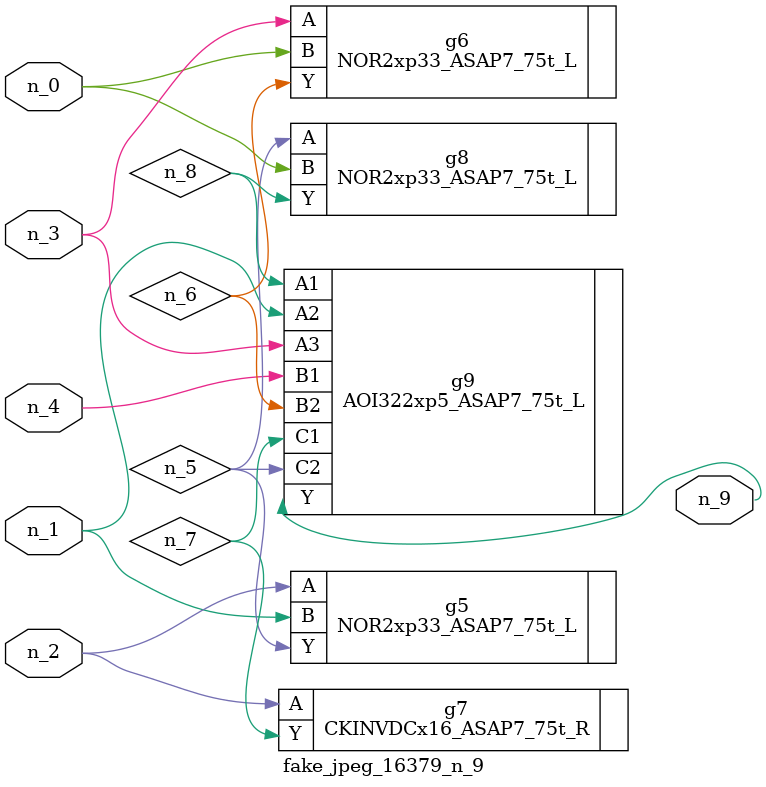
<source format=v>
module fake_jpeg_16379_n_9 (n_3, n_2, n_1, n_0, n_4, n_9);

input n_3;
input n_2;
input n_1;
input n_0;
input n_4;

output n_9;

wire n_8;
wire n_6;
wire n_5;
wire n_7;

NOR2xp33_ASAP7_75t_L g5 ( 
.A(n_2),
.B(n_1),
.Y(n_5)
);

NOR2xp33_ASAP7_75t_L g6 ( 
.A(n_3),
.B(n_0),
.Y(n_6)
);

CKINVDCx16_ASAP7_75t_R g7 ( 
.A(n_2),
.Y(n_7)
);

NOR2xp33_ASAP7_75t_L g8 ( 
.A(n_5),
.B(n_0),
.Y(n_8)
);

AOI322xp5_ASAP7_75t_L g9 ( 
.A1(n_8),
.A2(n_1),
.A3(n_3),
.B1(n_4),
.B2(n_6),
.C1(n_7),
.C2(n_5),
.Y(n_9)
);


endmodule
</source>
